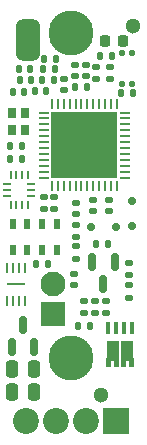
<source format=gbr>
%TF.GenerationSoftware,KiCad,Pcbnew,8.0.7*%
%TF.CreationDate,2025-01-22T04:17:01+01:00*%
%TF.ProjectId,beacon,62656163-6f6e-42e6-9b69-6361645f7063,rev?*%
%TF.SameCoordinates,Original*%
%TF.FileFunction,Soldermask,Top*%
%TF.FilePolarity,Negative*%
%FSLAX46Y46*%
G04 Gerber Fmt 4.6, Leading zero omitted, Abs format (unit mm)*
G04 Created by KiCad (PCBNEW 8.0.7) date 2025-01-22 04:17:01*
%MOMM*%
%LPD*%
G01*
G04 APERTURE LIST*
G04 Aperture macros list*
%AMRoundRect*
0 Rectangle with rounded corners*
0 $1 Rounding radius*
0 $2 $3 $4 $5 $6 $7 $8 $9 X,Y pos of 4 corners*
0 Add a 4 corners polygon primitive as box body*
4,1,4,$2,$3,$4,$5,$6,$7,$8,$9,$2,$3,0*
0 Add four circle primitives for the rounded corners*
1,1,$1+$1,$2,$3*
1,1,$1+$1,$4,$5*
1,1,$1+$1,$6,$7*
1,1,$1+$1,$8,$9*
0 Add four rect primitives between the rounded corners*
20,1,$1+$1,$2,$3,$4,$5,0*
20,1,$1+$1,$4,$5,$6,$7,0*
20,1,$1+$1,$6,$7,$8,$9,0*
20,1,$1+$1,$8,$9,$2,$3,0*%
%AMFreePoly0*
4,1,11,1.372500,0.090000,0.862500,0.090000,0.862500,-0.165000,1.372500,-0.165000,1.372500,-0.587500,0.612500,-0.587500,0.612500,-0.495000,-0.862500,-0.495000,-0.862500,0.495000,1.372500,0.495000,1.372500,0.090000,1.372500,0.090000,$1*%
%AMFreePoly1*
4,1,11,1.372500,0.165000,0.862500,0.165000,0.862500,-0.090000,1.372500,-0.090000,1.372500,-0.495000,-0.862500,-0.495000,-0.862500,0.495000,0.612500,0.495000,0.612500,0.587500,1.372500,0.587500,1.372500,0.165000,1.372500,0.165000,$1*%
G04 Aperture macros list end*
%ADD10R,2.200000X2.200000*%
%ADD11C,2.200000*%
%ADD12RoundRect,0.150000X-0.200000X0.150000X-0.200000X-0.150000X0.200000X-0.150000X0.200000X0.150000X0*%
%ADD13RoundRect,0.150000X0.150000X0.200000X-0.150000X0.200000X-0.150000X-0.200000X0.150000X-0.200000X0*%
%ADD14RoundRect,0.135000X0.185000X-0.135000X0.185000X0.135000X-0.185000X0.135000X-0.185000X-0.135000X0*%
%ADD15RoundRect,0.147500X0.147500X0.172500X-0.147500X0.172500X-0.147500X-0.172500X0.147500X-0.172500X0*%
%ADD16RoundRect,0.140000X0.140000X0.170000X-0.140000X0.170000X-0.140000X-0.170000X0.140000X-0.170000X0*%
%ADD17RoundRect,0.140000X-0.140000X-0.170000X0.140000X-0.170000X0.140000X0.170000X-0.140000X0.170000X0*%
%ADD18RoundRect,0.140000X-0.170000X0.140000X-0.170000X-0.140000X0.170000X-0.140000X0.170000X0.140000X0*%
%ADD19RoundRect,0.140000X0.170000X-0.140000X0.170000X0.140000X-0.170000X0.140000X-0.170000X-0.140000X0*%
%ADD20RoundRect,0.135000X-0.135000X-0.185000X0.135000X-0.185000X0.135000X0.185000X-0.135000X0.185000X0*%
%ADD21RoundRect,0.062500X0.375000X0.062500X-0.375000X0.062500X-0.375000X-0.062500X0.375000X-0.062500X0*%
%ADD22RoundRect,0.062500X0.062500X0.375000X-0.062500X0.375000X-0.062500X-0.375000X0.062500X-0.375000X0*%
%ADD23R,5.600000X5.600000*%
%ADD24C,3.800000*%
%ADD25RoundRect,0.135000X-0.185000X0.135000X-0.185000X-0.135000X0.185000X-0.135000X0.185000X0.135000X0*%
%ADD26C,1.300000*%
%ADD27RoundRect,0.150000X-0.150000X0.587500X-0.150000X-0.587500X0.150000X-0.587500X0.150000X0.587500X0*%
%ADD28RoundRect,0.250000X0.250000X0.475000X-0.250000X0.475000X-0.250000X-0.475000X0.250000X-0.475000X0*%
%ADD29R,0.800000X0.900000*%
%ADD30RoundRect,0.150000X0.150000X-0.587500X0.150000X0.587500X-0.150000X0.587500X-0.150000X-0.587500X0*%
%ADD31RoundRect,0.062500X0.062500X-0.387500X0.062500X0.387500X-0.062500X0.387500X-0.062500X-0.387500X0*%
%ADD32R,1.600000X0.200000*%
%ADD33R,0.250000X0.675000*%
%ADD34R,0.675000X0.250000*%
%ADD35R,0.550000X0.950000*%
%ADD36RoundRect,0.125000X0.125000X-0.150000X0.125000X0.150000X-0.125000X0.150000X-0.125000X-0.150000X0*%
%ADD37RoundRect,0.147500X-0.147500X-0.172500X0.147500X-0.172500X0.147500X0.172500X-0.147500X0.172500X0*%
%ADD38RoundRect,0.147500X0.172500X-0.147500X0.172500X0.147500X-0.172500X0.147500X-0.172500X-0.147500X0*%
%ADD39RoundRect,0.218750X0.218750X0.256250X-0.218750X0.256250X-0.218750X-0.256250X0.218750X-0.256250X0*%
%ADD40R,0.405000X0.990000*%
%ADD41FreePoly0,270.000000*%
%ADD42FreePoly1,270.000000*%
%ADD43RoundRect,0.500000X-0.500000X-1.250000X0.500000X-1.250000X0.500000X1.250000X-0.500000X1.250000X0*%
%ADD44R,2.100000X2.100000*%
%ADD45C,2.100000*%
G04 APERTURE END LIST*
D10*
%TO.C,J3*%
X11315000Y-7600000D03*
D11*
X8775000Y-7600000D03*
X6235000Y-7600000D03*
X3695000Y-7600000D03*
%TD*%
D12*
%TO.C,D2*%
X12600000Y11050000D03*
X12600000Y8950000D03*
%TD*%
D13*
%TO.C,D3*%
X11250000Y8900000D03*
X9150000Y8900000D03*
%TD*%
D14*
%TO.C,R7*%
X7900000Y6190000D03*
X7900000Y7210000D03*
%TD*%
D15*
%TO.C,L3*%
X5215000Y23050000D03*
X6185000Y23050000D03*
%TD*%
D14*
%TO.C,R8*%
X7900000Y7990000D03*
X7900000Y9010000D03*
%TD*%
D16*
%TO.C,C5*%
X5380000Y20400000D03*
X4420000Y20400000D03*
%TD*%
D17*
%TO.C,C16*%
X4520000Y5700000D03*
X5480000Y5700000D03*
%TD*%
D16*
%TO.C,C7*%
X6080000Y22200000D03*
X5120000Y22200000D03*
%TD*%
D18*
%TO.C,C11*%
X10700000Y11180000D03*
X10700000Y10220000D03*
%TD*%
D19*
%TO.C,C21*%
X6900000Y20420000D03*
X6900000Y21380000D03*
%TD*%
D17*
%TO.C,C13*%
X9620000Y7400000D03*
X10580000Y7400000D03*
%TD*%
D18*
%TO.C,C3*%
X9300000Y11180000D03*
X9300000Y10220000D03*
%TD*%
D20*
%TO.C,R5*%
X8090000Y500000D03*
X9110000Y500000D03*
%TD*%
D18*
%TO.C,C18*%
X5200000Y11380000D03*
X5200000Y10420000D03*
%TD*%
D16*
%TO.C,C12*%
X3480000Y20300000D03*
X2520000Y20300000D03*
%TD*%
D21*
%TO.C,U1*%
X12037500Y13050000D03*
X12037500Y13550000D03*
X12037500Y14050000D03*
X12037500Y14550000D03*
X12037500Y15050000D03*
X12037500Y15550000D03*
X12037500Y16050000D03*
X12037500Y16550000D03*
X12037500Y17050000D03*
X12037500Y17550000D03*
X12037500Y18050000D03*
X12037500Y18550000D03*
D22*
X11350000Y19237500D03*
X10850000Y19237500D03*
X10350000Y19237500D03*
X9850000Y19237500D03*
X9350000Y19237500D03*
X8850000Y19237500D03*
X8350000Y19237500D03*
X7850000Y19237500D03*
X7350000Y19237500D03*
X6850000Y19237500D03*
X6350000Y19237500D03*
X5850000Y19237500D03*
D21*
X5162500Y18550000D03*
X5162500Y18050000D03*
X5162500Y17550000D03*
X5162500Y17050000D03*
X5162500Y16550000D03*
X5162500Y16050000D03*
X5162500Y15550000D03*
X5162500Y15050000D03*
X5162500Y14550000D03*
X5162500Y14050000D03*
X5162500Y13550000D03*
X5162500Y13050000D03*
D22*
X5850000Y12362500D03*
X6350000Y12362500D03*
X6850000Y12362500D03*
X7350000Y12362500D03*
X7850000Y12362500D03*
X8350000Y12362500D03*
X8850000Y12362500D03*
X9350000Y12362500D03*
X9850000Y12362500D03*
X10350000Y12362500D03*
X10850000Y12362500D03*
X11350000Y12362500D03*
D23*
X8600000Y15800000D03*
%TD*%
D24*
%TO.C,H3*%
X7500000Y25300000D03*
%TD*%
D14*
%TO.C,R3*%
X10800000Y21390000D03*
X10800000Y22410000D03*
%TD*%
D25*
%TO.C,R6*%
X8600000Y2610000D03*
X8600000Y1590000D03*
%TD*%
D26*
%TO.C,H2*%
X10000000Y-5400000D03*
%TD*%
D19*
%TO.C,C14*%
X7700000Y3920000D03*
X7700000Y4880000D03*
%TD*%
D27*
%TO.C,U2*%
X11150000Y5937500D03*
X9250000Y5937500D03*
X10200000Y4062500D03*
%TD*%
D19*
%TO.C,C6*%
X8700000Y21620000D03*
X8700000Y22580000D03*
%TD*%
D18*
%TO.C,C15*%
X6000000Y11380000D03*
X6000000Y10420000D03*
%TD*%
D20*
%TO.C,R4*%
X9890000Y23300000D03*
X10910000Y23300000D03*
%TD*%
D17*
%TO.C,C1*%
X11720000Y20200000D03*
X12680000Y20200000D03*
%TD*%
D19*
%TO.C,C20*%
X9600000Y21420000D03*
X9600000Y22380000D03*
%TD*%
D16*
%TO.C,C10*%
X3280000Y15700000D03*
X2320000Y15700000D03*
%TD*%
D25*
%TO.C,R9*%
X9500000Y2610000D03*
X9500000Y1590000D03*
%TD*%
D16*
%TO.C,C4*%
X4080000Y21300000D03*
X3120000Y21300000D03*
%TD*%
D18*
%TO.C,C2*%
X7900000Y10880000D03*
X7900000Y9920000D03*
%TD*%
D25*
%TO.C,R10*%
X12400000Y3910000D03*
X12400000Y2890000D03*
%TD*%
D14*
%TO.C,R1*%
X12400000Y4790000D03*
X12400000Y5810000D03*
%TD*%
D28*
%TO.C,C19*%
X4350000Y-5100000D03*
X2450000Y-5100000D03*
%TD*%
D29*
%TO.C,Y1*%
X3600000Y17100000D03*
X3600000Y18500000D03*
X2500000Y18500000D03*
X2500000Y17100000D03*
%TD*%
D16*
%TO.C,C9*%
X3280000Y14600000D03*
X2320000Y14600000D03*
%TD*%
D30*
%TO.C,Q1*%
X2450000Y-1337500D03*
X4350000Y-1337500D03*
X3400000Y537500D03*
%TD*%
D25*
%TO.C,R2*%
X10400000Y2610000D03*
X10400000Y1590000D03*
%TD*%
D31*
%TO.C,U4*%
X2050000Y2575000D03*
X2550000Y2575000D03*
X3050000Y2575000D03*
X3550000Y2575000D03*
X3550000Y5425000D03*
X3050000Y5425000D03*
X2550000Y5425000D03*
X2050000Y5425000D03*
D32*
X2800000Y4000000D03*
%TD*%
D33*
%TO.C,U6*%
X3850000Y13262500D03*
X3350000Y13262500D03*
X2850000Y13262500D03*
X2350000Y13262500D03*
D34*
X2087500Y12500000D03*
X2087500Y12000000D03*
X2087500Y11500000D03*
D33*
X2350000Y10737500D03*
X2850000Y10737500D03*
X3350000Y10737500D03*
X3850000Y10737500D03*
D34*
X4112500Y11500000D03*
X4112500Y12000000D03*
X4112500Y12500000D03*
%TD*%
D26*
%TO.C,H1*%
X12700000Y25900000D03*
%TD*%
D35*
%TO.C,U3*%
X2525000Y6925000D03*
X3775000Y6925000D03*
X5025000Y6925000D03*
X6275000Y6925000D03*
X6275000Y9075000D03*
X5025000Y9075000D03*
X3775000Y9075000D03*
X2525000Y9075000D03*
%TD*%
D28*
%TO.C,C17*%
X4350000Y-3200000D03*
X2450000Y-3200000D03*
%TD*%
D36*
%TO.C,SW1*%
X11800000Y20975000D03*
X12600000Y20975000D03*
X11800000Y23625000D03*
X12600000Y23625000D03*
%TD*%
D37*
%TO.C,L1*%
X5015000Y21300000D03*
X5985000Y21300000D03*
%TD*%
D16*
%TO.C,C8*%
X3980000Y22200000D03*
X3020000Y22200000D03*
%TD*%
D37*
%TO.C,L4*%
X7815000Y20700000D03*
X8785000Y20700000D03*
%TD*%
D38*
%TO.C,L2*%
X7800000Y21615000D03*
X7800000Y22585000D03*
%TD*%
D39*
%TO.C,D1*%
X11887500Y24600000D03*
X10312500Y24600000D03*
%TD*%
D40*
%TO.C,Q2*%
X12590000Y342500D03*
X11930000Y342500D03*
X11270000Y342500D03*
X10610000Y342500D03*
D41*
X10992500Y-1650000D03*
D42*
X12207500Y-1650000D03*
%TD*%
D43*
%TO.C,AE1*%
X3800000Y24700000D03*
%TD*%
D24*
%TO.C,H4*%
X7500000Y-2200000D03*
%TD*%
D44*
%TO.C,BT1*%
X5900000Y1530000D03*
D45*
X5900000Y4070000D03*
%TD*%
M02*

</source>
